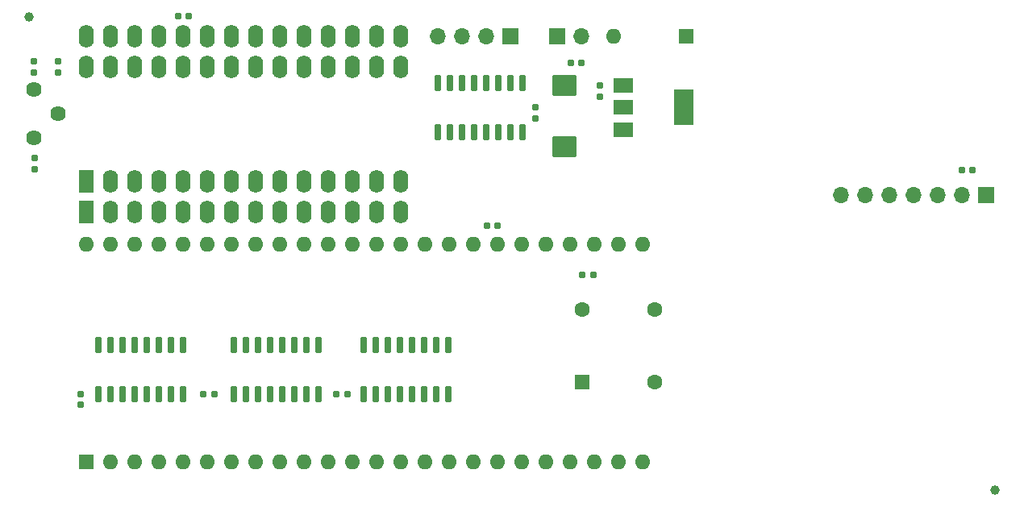
<source format=gbr>
%TF.GenerationSoftware,KiCad,Pcbnew,8.0.6*%
%TF.CreationDate,2024-12-06T22:05:36+05:00*%
%TF.ProjectId,mt-32DIT-module,6d742d33-3244-4495-942d-6d6f64756c65,rev?*%
%TF.SameCoordinates,Original*%
%TF.FileFunction,Soldermask,Top*%
%TF.FilePolarity,Negative*%
%FSLAX46Y46*%
G04 Gerber Fmt 4.6, Leading zero omitted, Abs format (unit mm)*
G04 Created by KiCad (PCBNEW 8.0.6) date 2024-12-06 22:05:36*
%MOMM*%
%LPD*%
G01*
G04 APERTURE LIST*
G04 Aperture macros list*
%AMRoundRect*
0 Rectangle with rounded corners*
0 $1 Rounding radius*
0 $2 $3 $4 $5 $6 $7 $8 $9 X,Y pos of 4 corners*
0 Add a 4 corners polygon primitive as box body*
4,1,4,$2,$3,$4,$5,$6,$7,$8,$9,$2,$3,0*
0 Add four circle primitives for the rounded corners*
1,1,$1+$1,$2,$3*
1,1,$1+$1,$4,$5*
1,1,$1+$1,$6,$7*
1,1,$1+$1,$8,$9*
0 Add four rect primitives between the rounded corners*
20,1,$1+$1,$2,$3,$4,$5,0*
20,1,$1+$1,$4,$5,$6,$7,0*
20,1,$1+$1,$6,$7,$8,$9,0*
20,1,$1+$1,$8,$9,$2,$3,0*%
G04 Aperture macros list end*
%ADD10RoundRect,0.150000X0.150000X-0.725000X0.150000X0.725000X-0.150000X0.725000X-0.150000X-0.725000X0*%
%ADD11RoundRect,0.155000X-0.155000X0.212500X-0.155000X-0.212500X0.155000X-0.212500X0.155000X0.212500X0*%
%ADD12RoundRect,0.155000X0.212500X0.155000X-0.212500X0.155000X-0.212500X-0.155000X0.212500X-0.155000X0*%
%ADD13RoundRect,0.250000X1.025000X-0.875000X1.025000X0.875000X-1.025000X0.875000X-1.025000X-0.875000X0*%
%ADD14RoundRect,0.155000X0.155000X-0.212500X0.155000X0.212500X-0.155000X0.212500X-0.155000X-0.212500X0*%
%ADD15RoundRect,0.160000X0.160000X-0.197500X0.160000X0.197500X-0.160000X0.197500X-0.160000X-0.197500X0*%
%ADD16R,1.700000X1.700000*%
%ADD17O,1.700000X1.700000*%
%ADD18R,1.600000X1.600000*%
%ADD19O,1.600000X1.600000*%
%ADD20R,1.600000X2.400000*%
%ADD21O,1.600000X2.400000*%
%ADD22RoundRect,0.155000X-0.212500X-0.155000X0.212500X-0.155000X0.212500X0.155000X-0.212500X0.155000X0*%
%ADD23C,1.000000*%
%ADD24R,2.000000X1.500000*%
%ADD25R,2.000000X3.800000*%
%ADD26C,1.600000*%
%ADD27C,1.620000*%
G04 APERTURE END LIST*
D10*
%TO.C,U2*%
X168735000Y-115115000D03*
X170005000Y-115115000D03*
X171275000Y-115115000D03*
X172545000Y-115115000D03*
X173815000Y-115115000D03*
X175085000Y-115115000D03*
X176355000Y-115115000D03*
X177625000Y-115115000D03*
X177625000Y-109965000D03*
X176355000Y-109965000D03*
X175085000Y-109965000D03*
X173815000Y-109965000D03*
X172545000Y-109965000D03*
X171275000Y-109965000D03*
X170005000Y-109965000D03*
X168735000Y-109965000D03*
%TD*%
D11*
%TO.C,C2*%
X200400000Y-85032500D03*
X200400000Y-86167500D03*
%TD*%
D12*
%TO.C,C4*%
X180627500Y-115110000D03*
X179492500Y-115110000D03*
%TD*%
D13*
%TO.C,C9*%
X203400000Y-89140000D03*
X203400000Y-82740000D03*
%TD*%
D14*
%TO.C,C6*%
X207150000Y-83867500D03*
X207150000Y-82732500D03*
%TD*%
D15*
%TO.C,R16*%
X150250000Y-81372500D03*
X150250000Y-80177500D03*
%TD*%
D16*
%TO.C,J1*%
X197790000Y-77560000D03*
D17*
X195250000Y-77560000D03*
X192710000Y-77560000D03*
X190170000Y-77560000D03*
%TD*%
D18*
%TO.C,SW1*%
X216200000Y-77560000D03*
D19*
X208580000Y-77560000D03*
%TD*%
D15*
%TO.C,R17*%
X147740000Y-81369500D03*
X147740000Y-80174500D03*
%TD*%
D20*
%TO.C,U6*%
X153250000Y-96000000D03*
D21*
X155790000Y-96000000D03*
X158330000Y-96000000D03*
X160870000Y-96000000D03*
X163410000Y-96000000D03*
X165950000Y-96000000D03*
X168490000Y-96000000D03*
X171030000Y-96000000D03*
X173570000Y-96000000D03*
X176110000Y-96000000D03*
X178650000Y-96000000D03*
X181190000Y-96000000D03*
X183730000Y-96000000D03*
X186270000Y-96000000D03*
X186270000Y-80760000D03*
X183730000Y-80760000D03*
X181190000Y-80760000D03*
X178650000Y-80760000D03*
X176110000Y-80760000D03*
X173570000Y-80760000D03*
X171030000Y-80760000D03*
X168490000Y-80760000D03*
X165950000Y-80760000D03*
X163410000Y-80760000D03*
X160870000Y-80760000D03*
X158330000Y-80760000D03*
X155790000Y-80760000D03*
X153250000Y-80760000D03*
%TD*%
D20*
%TO.C,U10*%
X153250000Y-92800000D03*
D21*
X155790000Y-92800000D03*
X158330000Y-92800000D03*
X160870000Y-92800000D03*
X163410000Y-92800000D03*
X165950000Y-92800000D03*
X168490000Y-92800000D03*
X171030000Y-92800000D03*
X173570000Y-92800000D03*
X176110000Y-92800000D03*
X178650000Y-92800000D03*
X181190000Y-92800000D03*
X183730000Y-92800000D03*
X186270000Y-92800000D03*
X186270000Y-77560000D03*
X183730000Y-77560000D03*
X181190000Y-77560000D03*
X178650000Y-77560000D03*
X176110000Y-77560000D03*
X173570000Y-77560000D03*
X171030000Y-77560000D03*
X168490000Y-77560000D03*
X165950000Y-77560000D03*
X163410000Y-77560000D03*
X160870000Y-77560000D03*
X158330000Y-77560000D03*
X155790000Y-77560000D03*
X153250000Y-77560000D03*
%TD*%
D12*
%TO.C,C14*%
X206447500Y-102610000D03*
X205312500Y-102610000D03*
%TD*%
D22*
%TO.C,C1*%
X195292500Y-97420000D03*
X196427500Y-97420000D03*
%TD*%
D10*
%TO.C,U5*%
X182345000Y-115115000D03*
X183615000Y-115115000D03*
X184885000Y-115115000D03*
X186155000Y-115115000D03*
X187425000Y-115115000D03*
X188695000Y-115115000D03*
X189965000Y-115115000D03*
X191235000Y-115115000D03*
X191235000Y-109965000D03*
X189965000Y-109965000D03*
X188695000Y-109965000D03*
X187425000Y-109965000D03*
X186155000Y-109965000D03*
X184885000Y-109965000D03*
X183615000Y-109965000D03*
X182345000Y-109965000D03*
%TD*%
%TO.C,U3*%
X190135000Y-87595000D03*
X191405000Y-87595000D03*
X192675000Y-87595000D03*
X193945000Y-87595000D03*
X195215000Y-87595000D03*
X196485000Y-87595000D03*
X197755000Y-87595000D03*
X199025000Y-87595000D03*
X199025000Y-82445000D03*
X197755000Y-82445000D03*
X196485000Y-82445000D03*
X195215000Y-82445000D03*
X193945000Y-82445000D03*
X192675000Y-82445000D03*
X191405000Y-82445000D03*
X190135000Y-82445000D03*
%TD*%
D22*
%TO.C,C7*%
X162872500Y-75410000D03*
X164007500Y-75410000D03*
%TD*%
D23*
%TO.C,FID1*%
X147225000Y-75500000D03*
%TD*%
D10*
%TO.C,U1*%
X154525000Y-115115000D03*
X155795000Y-115115000D03*
X157065000Y-115115000D03*
X158335000Y-115115000D03*
X159605000Y-115115000D03*
X160875000Y-115115000D03*
X162145000Y-115115000D03*
X163415000Y-115115000D03*
X163415000Y-109965000D03*
X162145000Y-109965000D03*
X160875000Y-109965000D03*
X159605000Y-109965000D03*
X158335000Y-109965000D03*
X157065000Y-109965000D03*
X155795000Y-109965000D03*
X154525000Y-109965000D03*
%TD*%
D24*
%TO.C,U7*%
X209640000Y-82730000D03*
X209640000Y-85030000D03*
D25*
X215940000Y-85030000D03*
D24*
X209640000Y-87330000D03*
%TD*%
D18*
%TO.C,X1*%
X205310000Y-113830000D03*
D26*
X212930000Y-113830000D03*
X212930000Y-106210000D03*
X205310000Y-106210000D03*
%TD*%
D12*
%TO.C,C3*%
X166667500Y-115110000D03*
X165532500Y-115110000D03*
%TD*%
D18*
%TO.C,U4*%
X153250000Y-122250000D03*
D19*
X155790000Y-122250000D03*
X158330000Y-122250000D03*
X160870000Y-122250000D03*
X163410000Y-122250000D03*
X165950000Y-122250000D03*
X168490000Y-122250000D03*
X171030000Y-122250000D03*
X173570000Y-122250000D03*
X176110000Y-122250000D03*
X178650000Y-122250000D03*
X181190000Y-122250000D03*
X183730000Y-122250000D03*
X186270000Y-122250000D03*
X188810000Y-122250000D03*
X191350000Y-122250000D03*
X193890000Y-122250000D03*
X196430000Y-122250000D03*
X198970000Y-122250000D03*
X201510000Y-122250000D03*
X204050000Y-122250000D03*
X206590000Y-122250000D03*
X209130000Y-122250000D03*
X211670000Y-122250000D03*
X211670000Y-99390000D03*
X209130000Y-99390000D03*
X206590000Y-99390000D03*
X204050000Y-99390000D03*
X201510000Y-99390000D03*
X198970000Y-99390000D03*
X196430000Y-99390000D03*
X193890000Y-99390000D03*
X191350000Y-99390000D03*
X188810000Y-99390000D03*
X186270000Y-99390000D03*
X183730000Y-99390000D03*
X181190000Y-99390000D03*
X178650000Y-99390000D03*
X176110000Y-99390000D03*
X173570000Y-99390000D03*
X171030000Y-99390000D03*
X168490000Y-99390000D03*
X165950000Y-99390000D03*
X163410000Y-99390000D03*
X160870000Y-99390000D03*
X158330000Y-99390000D03*
X155790000Y-99390000D03*
X153250000Y-99390000D03*
%TD*%
D27*
%TO.C,RV1*%
X147750000Y-83172500D03*
X150250000Y-85672500D03*
X147750000Y-88172500D03*
%TD*%
D16*
%TO.C,J2*%
X202705000Y-77560000D03*
D17*
X205245000Y-77560000D03*
%TD*%
D12*
%TO.C,C8*%
X246287500Y-91590000D03*
X245152500Y-91590000D03*
%TD*%
D15*
%TO.C,R13*%
X147828000Y-91529500D03*
X147828000Y-90334500D03*
%TD*%
D11*
%TO.C,C5*%
X152630000Y-115112500D03*
X152630000Y-116247500D03*
%TD*%
D12*
%TO.C,C10*%
X205247500Y-80350000D03*
X204112500Y-80350000D03*
%TD*%
D16*
%TO.C,J3*%
X247685000Y-94260000D03*
D17*
X245145000Y-94260000D03*
X242605000Y-94260000D03*
X240065000Y-94260000D03*
X237525000Y-94260000D03*
X234985000Y-94260000D03*
X232445000Y-94260000D03*
%TD*%
D23*
%TO.C,FID2*%
X248660000Y-125220000D03*
%TD*%
M02*

</source>
